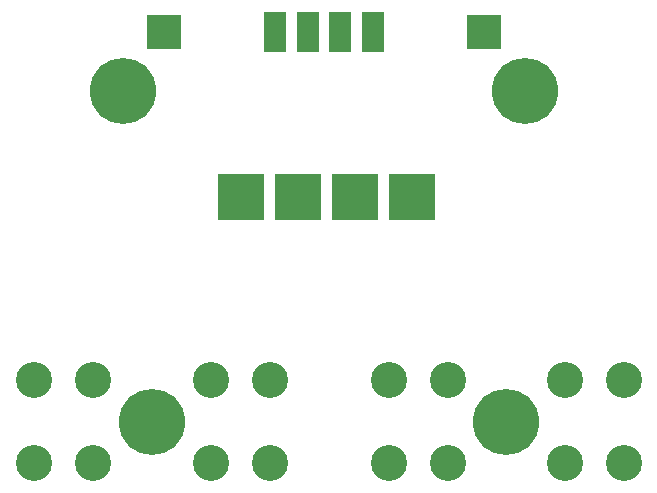
<source format=gbs>
%TF.GenerationSoftware,KiCad,Pcbnew,8.0.3*%
%TF.CreationDate,2024-06-22T21:50:30+02:00*%
%TF.ProjectId,W48_W49_Nummernschalter_Adapter,5734385f-5734-4395-9f4e-756d6d65726e,rev?*%
%TF.SameCoordinates,Original*%
%TF.FileFunction,Soldermask,Bot*%
%TF.FilePolarity,Negative*%
%FSLAX46Y46*%
G04 Gerber Fmt 4.6, Leading zero omitted, Abs format (unit mm)*
G04 Created by KiCad (PCBNEW 8.0.3) date 2024-06-22 21:50:30*
%MOMM*%
%LPD*%
G01*
G04 APERTURE LIST*
%ADD10C,3.600000*%
%ADD11C,5.600000*%
%ADD12R,1.846667X3.480000*%
%ADD13C,3.054000*%
%ADD14R,4.000000X4.000000*%
%ADD15R,3.000000X3.000000*%
G04 APERTURE END LIST*
D10*
%TO.C,H4*%
X147000000Y-54000000D03*
D11*
X147000000Y-54000000D03*
%TD*%
D10*
%TO.C,H3*%
X113000000Y-54000000D03*
D11*
X113000000Y-54000000D03*
%TD*%
D12*
%TO.C,J1*%
X125845000Y-49000000D03*
X128615000Y-49000000D03*
X131385000Y-49000000D03*
X134155000Y-49000000D03*
%TD*%
D13*
%TO.C,J3*%
X125430000Y-78515000D03*
X120430000Y-78515000D03*
X120430000Y-85525000D03*
X125430000Y-85525000D03*
%TD*%
D10*
%TO.C,H1*%
X145430000Y-82025000D03*
D11*
X145430000Y-82025000D03*
%TD*%
D13*
%TO.C,J5*%
X155380000Y-78515000D03*
X150380000Y-78515000D03*
X150380000Y-85525000D03*
X155380000Y-85525000D03*
%TD*%
D14*
%TO.C,J6*%
X123000000Y-63000000D03*
X127850000Y-63000000D03*
X132650000Y-63000000D03*
X137500000Y-63000000D03*
%TD*%
D13*
%TO.C,J4*%
X140480000Y-78515000D03*
X135480000Y-78515000D03*
X135480000Y-85525000D03*
X140480000Y-85525000D03*
%TD*%
%TO.C,J2*%
X110430000Y-78520000D03*
X105430000Y-78520000D03*
X105430000Y-85530000D03*
X110430000Y-85530000D03*
%TD*%
D15*
%TO.C,TP4*%
X116500000Y-49000000D03*
%TD*%
%TO.C,TP3*%
X143572663Y-49000000D03*
%TD*%
D10*
%TO.C,H2*%
X115430000Y-82025000D03*
D11*
X115430000Y-82025000D03*
%TD*%
M02*

</source>
